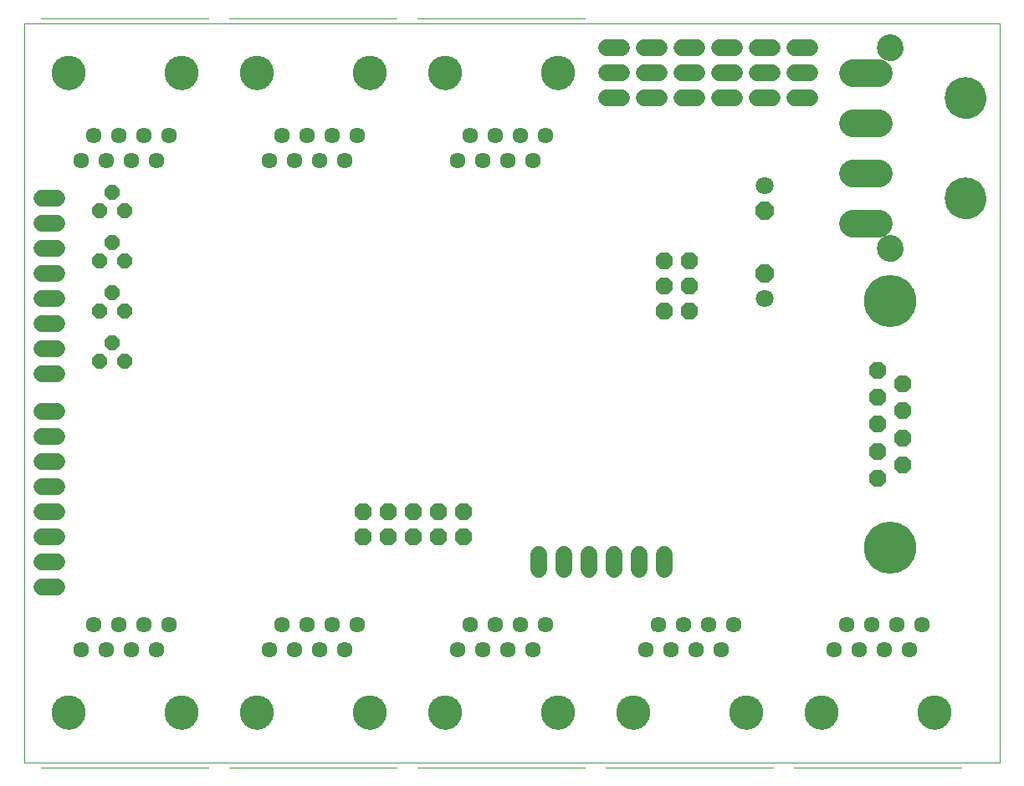
<source format=gbs>
G75*
%MOIN*%
%OFA0B0*%
%FSLAX24Y24*%
%IPPOS*%
%LPD*%
%AMOC8*
5,1,8,0,0,1.08239X$1,22.5*
%
%ADD10C,0.0000*%
%ADD11OC8,0.0680*%
%ADD12C,0.1104*%
%ADD13C,0.1655*%
%ADD14C,0.1064*%
%ADD15C,0.0004*%
%ADD16C,0.0634*%
%ADD17C,0.1360*%
%ADD18C,0.2080*%
%ADD19C,0.0680*%
%ADD20OC8,0.0710*%
%ADD21C,0.0710*%
%ADD22OC8,0.0600*%
D10*
X000150Y001204D02*
X000150Y030700D01*
X039020Y030700D01*
X039020Y001204D01*
X000150Y001204D01*
X001260Y003204D02*
X001262Y003254D01*
X001268Y003304D01*
X001278Y003353D01*
X001291Y003402D01*
X001309Y003449D01*
X001330Y003495D01*
X001354Y003538D01*
X001382Y003580D01*
X001413Y003620D01*
X001447Y003657D01*
X001484Y003691D01*
X001524Y003722D01*
X001566Y003750D01*
X001609Y003774D01*
X001655Y003795D01*
X001702Y003813D01*
X001751Y003826D01*
X001800Y003836D01*
X001850Y003842D01*
X001900Y003844D01*
X001950Y003842D01*
X002000Y003836D01*
X002049Y003826D01*
X002098Y003813D01*
X002145Y003795D01*
X002191Y003774D01*
X002234Y003750D01*
X002276Y003722D01*
X002316Y003691D01*
X002353Y003657D01*
X002387Y003620D01*
X002418Y003580D01*
X002446Y003538D01*
X002470Y003495D01*
X002491Y003449D01*
X002509Y003402D01*
X002522Y003353D01*
X002532Y003304D01*
X002538Y003254D01*
X002540Y003204D01*
X002538Y003154D01*
X002532Y003104D01*
X002522Y003055D01*
X002509Y003006D01*
X002491Y002959D01*
X002470Y002913D01*
X002446Y002870D01*
X002418Y002828D01*
X002387Y002788D01*
X002353Y002751D01*
X002316Y002717D01*
X002276Y002686D01*
X002234Y002658D01*
X002191Y002634D01*
X002145Y002613D01*
X002098Y002595D01*
X002049Y002582D01*
X002000Y002572D01*
X001950Y002566D01*
X001900Y002564D01*
X001850Y002566D01*
X001800Y002572D01*
X001751Y002582D01*
X001702Y002595D01*
X001655Y002613D01*
X001609Y002634D01*
X001566Y002658D01*
X001524Y002686D01*
X001484Y002717D01*
X001447Y002751D01*
X001413Y002788D01*
X001382Y002828D01*
X001354Y002870D01*
X001330Y002913D01*
X001309Y002959D01*
X001291Y003006D01*
X001278Y003055D01*
X001268Y003104D01*
X001262Y003154D01*
X001260Y003204D01*
X005760Y003204D02*
X005762Y003254D01*
X005768Y003304D01*
X005778Y003353D01*
X005791Y003402D01*
X005809Y003449D01*
X005830Y003495D01*
X005854Y003538D01*
X005882Y003580D01*
X005913Y003620D01*
X005947Y003657D01*
X005984Y003691D01*
X006024Y003722D01*
X006066Y003750D01*
X006109Y003774D01*
X006155Y003795D01*
X006202Y003813D01*
X006251Y003826D01*
X006300Y003836D01*
X006350Y003842D01*
X006400Y003844D01*
X006450Y003842D01*
X006500Y003836D01*
X006549Y003826D01*
X006598Y003813D01*
X006645Y003795D01*
X006691Y003774D01*
X006734Y003750D01*
X006776Y003722D01*
X006816Y003691D01*
X006853Y003657D01*
X006887Y003620D01*
X006918Y003580D01*
X006946Y003538D01*
X006970Y003495D01*
X006991Y003449D01*
X007009Y003402D01*
X007022Y003353D01*
X007032Y003304D01*
X007038Y003254D01*
X007040Y003204D01*
X007038Y003154D01*
X007032Y003104D01*
X007022Y003055D01*
X007009Y003006D01*
X006991Y002959D01*
X006970Y002913D01*
X006946Y002870D01*
X006918Y002828D01*
X006887Y002788D01*
X006853Y002751D01*
X006816Y002717D01*
X006776Y002686D01*
X006734Y002658D01*
X006691Y002634D01*
X006645Y002613D01*
X006598Y002595D01*
X006549Y002582D01*
X006500Y002572D01*
X006450Y002566D01*
X006400Y002564D01*
X006350Y002566D01*
X006300Y002572D01*
X006251Y002582D01*
X006202Y002595D01*
X006155Y002613D01*
X006109Y002634D01*
X006066Y002658D01*
X006024Y002686D01*
X005984Y002717D01*
X005947Y002751D01*
X005913Y002788D01*
X005882Y002828D01*
X005854Y002870D01*
X005830Y002913D01*
X005809Y002959D01*
X005791Y003006D01*
X005778Y003055D01*
X005768Y003104D01*
X005762Y003154D01*
X005760Y003204D01*
X008760Y003204D02*
X008762Y003254D01*
X008768Y003304D01*
X008778Y003353D01*
X008791Y003402D01*
X008809Y003449D01*
X008830Y003495D01*
X008854Y003538D01*
X008882Y003580D01*
X008913Y003620D01*
X008947Y003657D01*
X008984Y003691D01*
X009024Y003722D01*
X009066Y003750D01*
X009109Y003774D01*
X009155Y003795D01*
X009202Y003813D01*
X009251Y003826D01*
X009300Y003836D01*
X009350Y003842D01*
X009400Y003844D01*
X009450Y003842D01*
X009500Y003836D01*
X009549Y003826D01*
X009598Y003813D01*
X009645Y003795D01*
X009691Y003774D01*
X009734Y003750D01*
X009776Y003722D01*
X009816Y003691D01*
X009853Y003657D01*
X009887Y003620D01*
X009918Y003580D01*
X009946Y003538D01*
X009970Y003495D01*
X009991Y003449D01*
X010009Y003402D01*
X010022Y003353D01*
X010032Y003304D01*
X010038Y003254D01*
X010040Y003204D01*
X010038Y003154D01*
X010032Y003104D01*
X010022Y003055D01*
X010009Y003006D01*
X009991Y002959D01*
X009970Y002913D01*
X009946Y002870D01*
X009918Y002828D01*
X009887Y002788D01*
X009853Y002751D01*
X009816Y002717D01*
X009776Y002686D01*
X009734Y002658D01*
X009691Y002634D01*
X009645Y002613D01*
X009598Y002595D01*
X009549Y002582D01*
X009500Y002572D01*
X009450Y002566D01*
X009400Y002564D01*
X009350Y002566D01*
X009300Y002572D01*
X009251Y002582D01*
X009202Y002595D01*
X009155Y002613D01*
X009109Y002634D01*
X009066Y002658D01*
X009024Y002686D01*
X008984Y002717D01*
X008947Y002751D01*
X008913Y002788D01*
X008882Y002828D01*
X008854Y002870D01*
X008830Y002913D01*
X008809Y002959D01*
X008791Y003006D01*
X008778Y003055D01*
X008768Y003104D01*
X008762Y003154D01*
X008760Y003204D01*
X013260Y003204D02*
X013262Y003254D01*
X013268Y003304D01*
X013278Y003353D01*
X013291Y003402D01*
X013309Y003449D01*
X013330Y003495D01*
X013354Y003538D01*
X013382Y003580D01*
X013413Y003620D01*
X013447Y003657D01*
X013484Y003691D01*
X013524Y003722D01*
X013566Y003750D01*
X013609Y003774D01*
X013655Y003795D01*
X013702Y003813D01*
X013751Y003826D01*
X013800Y003836D01*
X013850Y003842D01*
X013900Y003844D01*
X013950Y003842D01*
X014000Y003836D01*
X014049Y003826D01*
X014098Y003813D01*
X014145Y003795D01*
X014191Y003774D01*
X014234Y003750D01*
X014276Y003722D01*
X014316Y003691D01*
X014353Y003657D01*
X014387Y003620D01*
X014418Y003580D01*
X014446Y003538D01*
X014470Y003495D01*
X014491Y003449D01*
X014509Y003402D01*
X014522Y003353D01*
X014532Y003304D01*
X014538Y003254D01*
X014540Y003204D01*
X014538Y003154D01*
X014532Y003104D01*
X014522Y003055D01*
X014509Y003006D01*
X014491Y002959D01*
X014470Y002913D01*
X014446Y002870D01*
X014418Y002828D01*
X014387Y002788D01*
X014353Y002751D01*
X014316Y002717D01*
X014276Y002686D01*
X014234Y002658D01*
X014191Y002634D01*
X014145Y002613D01*
X014098Y002595D01*
X014049Y002582D01*
X014000Y002572D01*
X013950Y002566D01*
X013900Y002564D01*
X013850Y002566D01*
X013800Y002572D01*
X013751Y002582D01*
X013702Y002595D01*
X013655Y002613D01*
X013609Y002634D01*
X013566Y002658D01*
X013524Y002686D01*
X013484Y002717D01*
X013447Y002751D01*
X013413Y002788D01*
X013382Y002828D01*
X013354Y002870D01*
X013330Y002913D01*
X013309Y002959D01*
X013291Y003006D01*
X013278Y003055D01*
X013268Y003104D01*
X013262Y003154D01*
X013260Y003204D01*
X016260Y003204D02*
X016262Y003254D01*
X016268Y003304D01*
X016278Y003353D01*
X016291Y003402D01*
X016309Y003449D01*
X016330Y003495D01*
X016354Y003538D01*
X016382Y003580D01*
X016413Y003620D01*
X016447Y003657D01*
X016484Y003691D01*
X016524Y003722D01*
X016566Y003750D01*
X016609Y003774D01*
X016655Y003795D01*
X016702Y003813D01*
X016751Y003826D01*
X016800Y003836D01*
X016850Y003842D01*
X016900Y003844D01*
X016950Y003842D01*
X017000Y003836D01*
X017049Y003826D01*
X017098Y003813D01*
X017145Y003795D01*
X017191Y003774D01*
X017234Y003750D01*
X017276Y003722D01*
X017316Y003691D01*
X017353Y003657D01*
X017387Y003620D01*
X017418Y003580D01*
X017446Y003538D01*
X017470Y003495D01*
X017491Y003449D01*
X017509Y003402D01*
X017522Y003353D01*
X017532Y003304D01*
X017538Y003254D01*
X017540Y003204D01*
X017538Y003154D01*
X017532Y003104D01*
X017522Y003055D01*
X017509Y003006D01*
X017491Y002959D01*
X017470Y002913D01*
X017446Y002870D01*
X017418Y002828D01*
X017387Y002788D01*
X017353Y002751D01*
X017316Y002717D01*
X017276Y002686D01*
X017234Y002658D01*
X017191Y002634D01*
X017145Y002613D01*
X017098Y002595D01*
X017049Y002582D01*
X017000Y002572D01*
X016950Y002566D01*
X016900Y002564D01*
X016850Y002566D01*
X016800Y002572D01*
X016751Y002582D01*
X016702Y002595D01*
X016655Y002613D01*
X016609Y002634D01*
X016566Y002658D01*
X016524Y002686D01*
X016484Y002717D01*
X016447Y002751D01*
X016413Y002788D01*
X016382Y002828D01*
X016354Y002870D01*
X016330Y002913D01*
X016309Y002959D01*
X016291Y003006D01*
X016278Y003055D01*
X016268Y003104D01*
X016262Y003154D01*
X016260Y003204D01*
X020760Y003204D02*
X020762Y003254D01*
X020768Y003304D01*
X020778Y003353D01*
X020791Y003402D01*
X020809Y003449D01*
X020830Y003495D01*
X020854Y003538D01*
X020882Y003580D01*
X020913Y003620D01*
X020947Y003657D01*
X020984Y003691D01*
X021024Y003722D01*
X021066Y003750D01*
X021109Y003774D01*
X021155Y003795D01*
X021202Y003813D01*
X021251Y003826D01*
X021300Y003836D01*
X021350Y003842D01*
X021400Y003844D01*
X021450Y003842D01*
X021500Y003836D01*
X021549Y003826D01*
X021598Y003813D01*
X021645Y003795D01*
X021691Y003774D01*
X021734Y003750D01*
X021776Y003722D01*
X021816Y003691D01*
X021853Y003657D01*
X021887Y003620D01*
X021918Y003580D01*
X021946Y003538D01*
X021970Y003495D01*
X021991Y003449D01*
X022009Y003402D01*
X022022Y003353D01*
X022032Y003304D01*
X022038Y003254D01*
X022040Y003204D01*
X022038Y003154D01*
X022032Y003104D01*
X022022Y003055D01*
X022009Y003006D01*
X021991Y002959D01*
X021970Y002913D01*
X021946Y002870D01*
X021918Y002828D01*
X021887Y002788D01*
X021853Y002751D01*
X021816Y002717D01*
X021776Y002686D01*
X021734Y002658D01*
X021691Y002634D01*
X021645Y002613D01*
X021598Y002595D01*
X021549Y002582D01*
X021500Y002572D01*
X021450Y002566D01*
X021400Y002564D01*
X021350Y002566D01*
X021300Y002572D01*
X021251Y002582D01*
X021202Y002595D01*
X021155Y002613D01*
X021109Y002634D01*
X021066Y002658D01*
X021024Y002686D01*
X020984Y002717D01*
X020947Y002751D01*
X020913Y002788D01*
X020882Y002828D01*
X020854Y002870D01*
X020830Y002913D01*
X020809Y002959D01*
X020791Y003006D01*
X020778Y003055D01*
X020768Y003104D01*
X020762Y003154D01*
X020760Y003204D01*
X023760Y003204D02*
X023762Y003254D01*
X023768Y003304D01*
X023778Y003353D01*
X023791Y003402D01*
X023809Y003449D01*
X023830Y003495D01*
X023854Y003538D01*
X023882Y003580D01*
X023913Y003620D01*
X023947Y003657D01*
X023984Y003691D01*
X024024Y003722D01*
X024066Y003750D01*
X024109Y003774D01*
X024155Y003795D01*
X024202Y003813D01*
X024251Y003826D01*
X024300Y003836D01*
X024350Y003842D01*
X024400Y003844D01*
X024450Y003842D01*
X024500Y003836D01*
X024549Y003826D01*
X024598Y003813D01*
X024645Y003795D01*
X024691Y003774D01*
X024734Y003750D01*
X024776Y003722D01*
X024816Y003691D01*
X024853Y003657D01*
X024887Y003620D01*
X024918Y003580D01*
X024946Y003538D01*
X024970Y003495D01*
X024991Y003449D01*
X025009Y003402D01*
X025022Y003353D01*
X025032Y003304D01*
X025038Y003254D01*
X025040Y003204D01*
X025038Y003154D01*
X025032Y003104D01*
X025022Y003055D01*
X025009Y003006D01*
X024991Y002959D01*
X024970Y002913D01*
X024946Y002870D01*
X024918Y002828D01*
X024887Y002788D01*
X024853Y002751D01*
X024816Y002717D01*
X024776Y002686D01*
X024734Y002658D01*
X024691Y002634D01*
X024645Y002613D01*
X024598Y002595D01*
X024549Y002582D01*
X024500Y002572D01*
X024450Y002566D01*
X024400Y002564D01*
X024350Y002566D01*
X024300Y002572D01*
X024251Y002582D01*
X024202Y002595D01*
X024155Y002613D01*
X024109Y002634D01*
X024066Y002658D01*
X024024Y002686D01*
X023984Y002717D01*
X023947Y002751D01*
X023913Y002788D01*
X023882Y002828D01*
X023854Y002870D01*
X023830Y002913D01*
X023809Y002959D01*
X023791Y003006D01*
X023778Y003055D01*
X023768Y003104D01*
X023762Y003154D01*
X023760Y003204D01*
X028260Y003204D02*
X028262Y003254D01*
X028268Y003304D01*
X028278Y003353D01*
X028291Y003402D01*
X028309Y003449D01*
X028330Y003495D01*
X028354Y003538D01*
X028382Y003580D01*
X028413Y003620D01*
X028447Y003657D01*
X028484Y003691D01*
X028524Y003722D01*
X028566Y003750D01*
X028609Y003774D01*
X028655Y003795D01*
X028702Y003813D01*
X028751Y003826D01*
X028800Y003836D01*
X028850Y003842D01*
X028900Y003844D01*
X028950Y003842D01*
X029000Y003836D01*
X029049Y003826D01*
X029098Y003813D01*
X029145Y003795D01*
X029191Y003774D01*
X029234Y003750D01*
X029276Y003722D01*
X029316Y003691D01*
X029353Y003657D01*
X029387Y003620D01*
X029418Y003580D01*
X029446Y003538D01*
X029470Y003495D01*
X029491Y003449D01*
X029509Y003402D01*
X029522Y003353D01*
X029532Y003304D01*
X029538Y003254D01*
X029540Y003204D01*
X029538Y003154D01*
X029532Y003104D01*
X029522Y003055D01*
X029509Y003006D01*
X029491Y002959D01*
X029470Y002913D01*
X029446Y002870D01*
X029418Y002828D01*
X029387Y002788D01*
X029353Y002751D01*
X029316Y002717D01*
X029276Y002686D01*
X029234Y002658D01*
X029191Y002634D01*
X029145Y002613D01*
X029098Y002595D01*
X029049Y002582D01*
X029000Y002572D01*
X028950Y002566D01*
X028900Y002564D01*
X028850Y002566D01*
X028800Y002572D01*
X028751Y002582D01*
X028702Y002595D01*
X028655Y002613D01*
X028609Y002634D01*
X028566Y002658D01*
X028524Y002686D01*
X028484Y002717D01*
X028447Y002751D01*
X028413Y002788D01*
X028382Y002828D01*
X028354Y002870D01*
X028330Y002913D01*
X028309Y002959D01*
X028291Y003006D01*
X028278Y003055D01*
X028268Y003104D01*
X028262Y003154D01*
X028260Y003204D01*
X031260Y003204D02*
X031262Y003254D01*
X031268Y003304D01*
X031278Y003353D01*
X031291Y003402D01*
X031309Y003449D01*
X031330Y003495D01*
X031354Y003538D01*
X031382Y003580D01*
X031413Y003620D01*
X031447Y003657D01*
X031484Y003691D01*
X031524Y003722D01*
X031566Y003750D01*
X031609Y003774D01*
X031655Y003795D01*
X031702Y003813D01*
X031751Y003826D01*
X031800Y003836D01*
X031850Y003842D01*
X031900Y003844D01*
X031950Y003842D01*
X032000Y003836D01*
X032049Y003826D01*
X032098Y003813D01*
X032145Y003795D01*
X032191Y003774D01*
X032234Y003750D01*
X032276Y003722D01*
X032316Y003691D01*
X032353Y003657D01*
X032387Y003620D01*
X032418Y003580D01*
X032446Y003538D01*
X032470Y003495D01*
X032491Y003449D01*
X032509Y003402D01*
X032522Y003353D01*
X032532Y003304D01*
X032538Y003254D01*
X032540Y003204D01*
X032538Y003154D01*
X032532Y003104D01*
X032522Y003055D01*
X032509Y003006D01*
X032491Y002959D01*
X032470Y002913D01*
X032446Y002870D01*
X032418Y002828D01*
X032387Y002788D01*
X032353Y002751D01*
X032316Y002717D01*
X032276Y002686D01*
X032234Y002658D01*
X032191Y002634D01*
X032145Y002613D01*
X032098Y002595D01*
X032049Y002582D01*
X032000Y002572D01*
X031950Y002566D01*
X031900Y002564D01*
X031850Y002566D01*
X031800Y002572D01*
X031751Y002582D01*
X031702Y002595D01*
X031655Y002613D01*
X031609Y002634D01*
X031566Y002658D01*
X031524Y002686D01*
X031484Y002717D01*
X031447Y002751D01*
X031413Y002788D01*
X031382Y002828D01*
X031354Y002870D01*
X031330Y002913D01*
X031309Y002959D01*
X031291Y003006D01*
X031278Y003055D01*
X031268Y003104D01*
X031262Y003154D01*
X031260Y003204D01*
X035760Y003204D02*
X035762Y003254D01*
X035768Y003304D01*
X035778Y003353D01*
X035791Y003402D01*
X035809Y003449D01*
X035830Y003495D01*
X035854Y003538D01*
X035882Y003580D01*
X035913Y003620D01*
X035947Y003657D01*
X035984Y003691D01*
X036024Y003722D01*
X036066Y003750D01*
X036109Y003774D01*
X036155Y003795D01*
X036202Y003813D01*
X036251Y003826D01*
X036300Y003836D01*
X036350Y003842D01*
X036400Y003844D01*
X036450Y003842D01*
X036500Y003836D01*
X036549Y003826D01*
X036598Y003813D01*
X036645Y003795D01*
X036691Y003774D01*
X036734Y003750D01*
X036776Y003722D01*
X036816Y003691D01*
X036853Y003657D01*
X036887Y003620D01*
X036918Y003580D01*
X036946Y003538D01*
X036970Y003495D01*
X036991Y003449D01*
X037009Y003402D01*
X037022Y003353D01*
X037032Y003304D01*
X037038Y003254D01*
X037040Y003204D01*
X037038Y003154D01*
X037032Y003104D01*
X037022Y003055D01*
X037009Y003006D01*
X036991Y002959D01*
X036970Y002913D01*
X036946Y002870D01*
X036918Y002828D01*
X036887Y002788D01*
X036853Y002751D01*
X036816Y002717D01*
X036776Y002686D01*
X036734Y002658D01*
X036691Y002634D01*
X036645Y002613D01*
X036598Y002595D01*
X036549Y002582D01*
X036500Y002572D01*
X036450Y002566D01*
X036400Y002564D01*
X036350Y002566D01*
X036300Y002572D01*
X036251Y002582D01*
X036202Y002595D01*
X036155Y002613D01*
X036109Y002634D01*
X036066Y002658D01*
X036024Y002686D01*
X035984Y002717D01*
X035947Y002751D01*
X035913Y002788D01*
X035882Y002828D01*
X035854Y002870D01*
X035830Y002913D01*
X035809Y002959D01*
X035791Y003006D01*
X035778Y003055D01*
X035768Y003104D01*
X035762Y003154D01*
X035760Y003204D01*
X034158Y021704D02*
X034160Y021748D01*
X034166Y021792D01*
X034176Y021835D01*
X034189Y021877D01*
X034207Y021917D01*
X034228Y021956D01*
X034252Y021993D01*
X034279Y022028D01*
X034310Y022060D01*
X034343Y022089D01*
X034379Y022115D01*
X034417Y022137D01*
X034457Y022156D01*
X034498Y022172D01*
X034541Y022184D01*
X034584Y022192D01*
X034628Y022196D01*
X034672Y022196D01*
X034716Y022192D01*
X034759Y022184D01*
X034802Y022172D01*
X034843Y022156D01*
X034883Y022137D01*
X034921Y022115D01*
X034957Y022089D01*
X034990Y022060D01*
X035021Y022028D01*
X035048Y021993D01*
X035072Y021956D01*
X035093Y021917D01*
X035111Y021877D01*
X035124Y021835D01*
X035134Y021792D01*
X035140Y021748D01*
X035142Y021704D01*
X035140Y021660D01*
X035134Y021616D01*
X035124Y021573D01*
X035111Y021531D01*
X035093Y021491D01*
X035072Y021452D01*
X035048Y021415D01*
X035021Y021380D01*
X034990Y021348D01*
X034957Y021319D01*
X034921Y021293D01*
X034883Y021271D01*
X034843Y021252D01*
X034802Y021236D01*
X034759Y021224D01*
X034716Y021216D01*
X034672Y021212D01*
X034628Y021212D01*
X034584Y021216D01*
X034541Y021224D01*
X034498Y021236D01*
X034457Y021252D01*
X034417Y021271D01*
X034379Y021293D01*
X034343Y021319D01*
X034310Y021348D01*
X034279Y021380D01*
X034252Y021415D01*
X034228Y021452D01*
X034207Y021491D01*
X034189Y021531D01*
X034176Y021573D01*
X034166Y021616D01*
X034160Y021660D01*
X034158Y021704D01*
X036863Y023704D02*
X036865Y023760D01*
X036871Y023815D01*
X036881Y023869D01*
X036894Y023923D01*
X036912Y023976D01*
X036933Y024027D01*
X036957Y024077D01*
X036985Y024125D01*
X037017Y024171D01*
X037051Y024215D01*
X037089Y024256D01*
X037129Y024294D01*
X037172Y024329D01*
X037217Y024361D01*
X037265Y024390D01*
X037314Y024416D01*
X037365Y024438D01*
X037417Y024456D01*
X037471Y024470D01*
X037526Y024481D01*
X037581Y024488D01*
X037636Y024491D01*
X037692Y024490D01*
X037747Y024485D01*
X037802Y024476D01*
X037856Y024464D01*
X037909Y024447D01*
X037961Y024427D01*
X038011Y024403D01*
X038059Y024376D01*
X038106Y024346D01*
X038150Y024312D01*
X038192Y024275D01*
X038230Y024235D01*
X038267Y024193D01*
X038300Y024148D01*
X038329Y024102D01*
X038356Y024053D01*
X038378Y024002D01*
X038398Y023950D01*
X038413Y023896D01*
X038425Y023842D01*
X038433Y023787D01*
X038437Y023732D01*
X038437Y023676D01*
X038433Y023621D01*
X038425Y023566D01*
X038413Y023512D01*
X038398Y023458D01*
X038378Y023406D01*
X038356Y023355D01*
X038329Y023306D01*
X038300Y023260D01*
X038267Y023215D01*
X038230Y023173D01*
X038192Y023133D01*
X038150Y023096D01*
X038106Y023062D01*
X038059Y023032D01*
X038011Y023005D01*
X037961Y022981D01*
X037909Y022961D01*
X037856Y022944D01*
X037802Y022932D01*
X037747Y022923D01*
X037692Y022918D01*
X037636Y022917D01*
X037581Y022920D01*
X037526Y022927D01*
X037471Y022938D01*
X037417Y022952D01*
X037365Y022970D01*
X037314Y022992D01*
X037265Y023018D01*
X037217Y023047D01*
X037172Y023079D01*
X037129Y023114D01*
X037089Y023152D01*
X037051Y023193D01*
X037017Y023237D01*
X036985Y023283D01*
X036957Y023331D01*
X036933Y023381D01*
X036912Y023432D01*
X036894Y023485D01*
X036881Y023539D01*
X036871Y023593D01*
X036865Y023648D01*
X036863Y023704D01*
X036863Y027704D02*
X036865Y027760D01*
X036871Y027815D01*
X036881Y027869D01*
X036894Y027923D01*
X036912Y027976D01*
X036933Y028027D01*
X036957Y028077D01*
X036985Y028125D01*
X037017Y028171D01*
X037051Y028215D01*
X037089Y028256D01*
X037129Y028294D01*
X037172Y028329D01*
X037217Y028361D01*
X037265Y028390D01*
X037314Y028416D01*
X037365Y028438D01*
X037417Y028456D01*
X037471Y028470D01*
X037526Y028481D01*
X037581Y028488D01*
X037636Y028491D01*
X037692Y028490D01*
X037747Y028485D01*
X037802Y028476D01*
X037856Y028464D01*
X037909Y028447D01*
X037961Y028427D01*
X038011Y028403D01*
X038059Y028376D01*
X038106Y028346D01*
X038150Y028312D01*
X038192Y028275D01*
X038230Y028235D01*
X038267Y028193D01*
X038300Y028148D01*
X038329Y028102D01*
X038356Y028053D01*
X038378Y028002D01*
X038398Y027950D01*
X038413Y027896D01*
X038425Y027842D01*
X038433Y027787D01*
X038437Y027732D01*
X038437Y027676D01*
X038433Y027621D01*
X038425Y027566D01*
X038413Y027512D01*
X038398Y027458D01*
X038378Y027406D01*
X038356Y027355D01*
X038329Y027306D01*
X038300Y027260D01*
X038267Y027215D01*
X038230Y027173D01*
X038192Y027133D01*
X038150Y027096D01*
X038106Y027062D01*
X038059Y027032D01*
X038011Y027005D01*
X037961Y026981D01*
X037909Y026961D01*
X037856Y026944D01*
X037802Y026932D01*
X037747Y026923D01*
X037692Y026918D01*
X037636Y026917D01*
X037581Y026920D01*
X037526Y026927D01*
X037471Y026938D01*
X037417Y026952D01*
X037365Y026970D01*
X037314Y026992D01*
X037265Y027018D01*
X037217Y027047D01*
X037172Y027079D01*
X037129Y027114D01*
X037089Y027152D01*
X037051Y027193D01*
X037017Y027237D01*
X036985Y027283D01*
X036957Y027331D01*
X036933Y027381D01*
X036912Y027432D01*
X036894Y027485D01*
X036881Y027539D01*
X036871Y027593D01*
X036865Y027648D01*
X036863Y027704D01*
X034158Y029704D02*
X034160Y029748D01*
X034166Y029792D01*
X034176Y029835D01*
X034189Y029877D01*
X034207Y029917D01*
X034228Y029956D01*
X034252Y029993D01*
X034279Y030028D01*
X034310Y030060D01*
X034343Y030089D01*
X034379Y030115D01*
X034417Y030137D01*
X034457Y030156D01*
X034498Y030172D01*
X034541Y030184D01*
X034584Y030192D01*
X034628Y030196D01*
X034672Y030196D01*
X034716Y030192D01*
X034759Y030184D01*
X034802Y030172D01*
X034843Y030156D01*
X034883Y030137D01*
X034921Y030115D01*
X034957Y030089D01*
X034990Y030060D01*
X035021Y030028D01*
X035048Y029993D01*
X035072Y029956D01*
X035093Y029917D01*
X035111Y029877D01*
X035124Y029835D01*
X035134Y029792D01*
X035140Y029748D01*
X035142Y029704D01*
X035140Y029660D01*
X035134Y029616D01*
X035124Y029573D01*
X035111Y029531D01*
X035093Y029491D01*
X035072Y029452D01*
X035048Y029415D01*
X035021Y029380D01*
X034990Y029348D01*
X034957Y029319D01*
X034921Y029293D01*
X034883Y029271D01*
X034843Y029252D01*
X034802Y029236D01*
X034759Y029224D01*
X034716Y029216D01*
X034672Y029212D01*
X034628Y029212D01*
X034584Y029216D01*
X034541Y029224D01*
X034498Y029236D01*
X034457Y029252D01*
X034417Y029271D01*
X034379Y029293D01*
X034343Y029319D01*
X034310Y029348D01*
X034279Y029380D01*
X034252Y029415D01*
X034228Y029452D01*
X034207Y029491D01*
X034189Y029531D01*
X034176Y029573D01*
X034166Y029616D01*
X034160Y029660D01*
X034158Y029704D01*
X020760Y028704D02*
X020762Y028754D01*
X020768Y028804D01*
X020778Y028853D01*
X020791Y028902D01*
X020809Y028949D01*
X020830Y028995D01*
X020854Y029038D01*
X020882Y029080D01*
X020913Y029120D01*
X020947Y029157D01*
X020984Y029191D01*
X021024Y029222D01*
X021066Y029250D01*
X021109Y029274D01*
X021155Y029295D01*
X021202Y029313D01*
X021251Y029326D01*
X021300Y029336D01*
X021350Y029342D01*
X021400Y029344D01*
X021450Y029342D01*
X021500Y029336D01*
X021549Y029326D01*
X021598Y029313D01*
X021645Y029295D01*
X021691Y029274D01*
X021734Y029250D01*
X021776Y029222D01*
X021816Y029191D01*
X021853Y029157D01*
X021887Y029120D01*
X021918Y029080D01*
X021946Y029038D01*
X021970Y028995D01*
X021991Y028949D01*
X022009Y028902D01*
X022022Y028853D01*
X022032Y028804D01*
X022038Y028754D01*
X022040Y028704D01*
X022038Y028654D01*
X022032Y028604D01*
X022022Y028555D01*
X022009Y028506D01*
X021991Y028459D01*
X021970Y028413D01*
X021946Y028370D01*
X021918Y028328D01*
X021887Y028288D01*
X021853Y028251D01*
X021816Y028217D01*
X021776Y028186D01*
X021734Y028158D01*
X021691Y028134D01*
X021645Y028113D01*
X021598Y028095D01*
X021549Y028082D01*
X021500Y028072D01*
X021450Y028066D01*
X021400Y028064D01*
X021350Y028066D01*
X021300Y028072D01*
X021251Y028082D01*
X021202Y028095D01*
X021155Y028113D01*
X021109Y028134D01*
X021066Y028158D01*
X021024Y028186D01*
X020984Y028217D01*
X020947Y028251D01*
X020913Y028288D01*
X020882Y028328D01*
X020854Y028370D01*
X020830Y028413D01*
X020809Y028459D01*
X020791Y028506D01*
X020778Y028555D01*
X020768Y028604D01*
X020762Y028654D01*
X020760Y028704D01*
X016260Y028704D02*
X016262Y028754D01*
X016268Y028804D01*
X016278Y028853D01*
X016291Y028902D01*
X016309Y028949D01*
X016330Y028995D01*
X016354Y029038D01*
X016382Y029080D01*
X016413Y029120D01*
X016447Y029157D01*
X016484Y029191D01*
X016524Y029222D01*
X016566Y029250D01*
X016609Y029274D01*
X016655Y029295D01*
X016702Y029313D01*
X016751Y029326D01*
X016800Y029336D01*
X016850Y029342D01*
X016900Y029344D01*
X016950Y029342D01*
X017000Y029336D01*
X017049Y029326D01*
X017098Y029313D01*
X017145Y029295D01*
X017191Y029274D01*
X017234Y029250D01*
X017276Y029222D01*
X017316Y029191D01*
X017353Y029157D01*
X017387Y029120D01*
X017418Y029080D01*
X017446Y029038D01*
X017470Y028995D01*
X017491Y028949D01*
X017509Y028902D01*
X017522Y028853D01*
X017532Y028804D01*
X017538Y028754D01*
X017540Y028704D01*
X017538Y028654D01*
X017532Y028604D01*
X017522Y028555D01*
X017509Y028506D01*
X017491Y028459D01*
X017470Y028413D01*
X017446Y028370D01*
X017418Y028328D01*
X017387Y028288D01*
X017353Y028251D01*
X017316Y028217D01*
X017276Y028186D01*
X017234Y028158D01*
X017191Y028134D01*
X017145Y028113D01*
X017098Y028095D01*
X017049Y028082D01*
X017000Y028072D01*
X016950Y028066D01*
X016900Y028064D01*
X016850Y028066D01*
X016800Y028072D01*
X016751Y028082D01*
X016702Y028095D01*
X016655Y028113D01*
X016609Y028134D01*
X016566Y028158D01*
X016524Y028186D01*
X016484Y028217D01*
X016447Y028251D01*
X016413Y028288D01*
X016382Y028328D01*
X016354Y028370D01*
X016330Y028413D01*
X016309Y028459D01*
X016291Y028506D01*
X016278Y028555D01*
X016268Y028604D01*
X016262Y028654D01*
X016260Y028704D01*
X013260Y028704D02*
X013262Y028754D01*
X013268Y028804D01*
X013278Y028853D01*
X013291Y028902D01*
X013309Y028949D01*
X013330Y028995D01*
X013354Y029038D01*
X013382Y029080D01*
X013413Y029120D01*
X013447Y029157D01*
X013484Y029191D01*
X013524Y029222D01*
X013566Y029250D01*
X013609Y029274D01*
X013655Y029295D01*
X013702Y029313D01*
X013751Y029326D01*
X013800Y029336D01*
X013850Y029342D01*
X013900Y029344D01*
X013950Y029342D01*
X014000Y029336D01*
X014049Y029326D01*
X014098Y029313D01*
X014145Y029295D01*
X014191Y029274D01*
X014234Y029250D01*
X014276Y029222D01*
X014316Y029191D01*
X014353Y029157D01*
X014387Y029120D01*
X014418Y029080D01*
X014446Y029038D01*
X014470Y028995D01*
X014491Y028949D01*
X014509Y028902D01*
X014522Y028853D01*
X014532Y028804D01*
X014538Y028754D01*
X014540Y028704D01*
X014538Y028654D01*
X014532Y028604D01*
X014522Y028555D01*
X014509Y028506D01*
X014491Y028459D01*
X014470Y028413D01*
X014446Y028370D01*
X014418Y028328D01*
X014387Y028288D01*
X014353Y028251D01*
X014316Y028217D01*
X014276Y028186D01*
X014234Y028158D01*
X014191Y028134D01*
X014145Y028113D01*
X014098Y028095D01*
X014049Y028082D01*
X014000Y028072D01*
X013950Y028066D01*
X013900Y028064D01*
X013850Y028066D01*
X013800Y028072D01*
X013751Y028082D01*
X013702Y028095D01*
X013655Y028113D01*
X013609Y028134D01*
X013566Y028158D01*
X013524Y028186D01*
X013484Y028217D01*
X013447Y028251D01*
X013413Y028288D01*
X013382Y028328D01*
X013354Y028370D01*
X013330Y028413D01*
X013309Y028459D01*
X013291Y028506D01*
X013278Y028555D01*
X013268Y028604D01*
X013262Y028654D01*
X013260Y028704D01*
X008760Y028704D02*
X008762Y028754D01*
X008768Y028804D01*
X008778Y028853D01*
X008791Y028902D01*
X008809Y028949D01*
X008830Y028995D01*
X008854Y029038D01*
X008882Y029080D01*
X008913Y029120D01*
X008947Y029157D01*
X008984Y029191D01*
X009024Y029222D01*
X009066Y029250D01*
X009109Y029274D01*
X009155Y029295D01*
X009202Y029313D01*
X009251Y029326D01*
X009300Y029336D01*
X009350Y029342D01*
X009400Y029344D01*
X009450Y029342D01*
X009500Y029336D01*
X009549Y029326D01*
X009598Y029313D01*
X009645Y029295D01*
X009691Y029274D01*
X009734Y029250D01*
X009776Y029222D01*
X009816Y029191D01*
X009853Y029157D01*
X009887Y029120D01*
X009918Y029080D01*
X009946Y029038D01*
X009970Y028995D01*
X009991Y028949D01*
X010009Y028902D01*
X010022Y028853D01*
X010032Y028804D01*
X010038Y028754D01*
X010040Y028704D01*
X010038Y028654D01*
X010032Y028604D01*
X010022Y028555D01*
X010009Y028506D01*
X009991Y028459D01*
X009970Y028413D01*
X009946Y028370D01*
X009918Y028328D01*
X009887Y028288D01*
X009853Y028251D01*
X009816Y028217D01*
X009776Y028186D01*
X009734Y028158D01*
X009691Y028134D01*
X009645Y028113D01*
X009598Y028095D01*
X009549Y028082D01*
X009500Y028072D01*
X009450Y028066D01*
X009400Y028064D01*
X009350Y028066D01*
X009300Y028072D01*
X009251Y028082D01*
X009202Y028095D01*
X009155Y028113D01*
X009109Y028134D01*
X009066Y028158D01*
X009024Y028186D01*
X008984Y028217D01*
X008947Y028251D01*
X008913Y028288D01*
X008882Y028328D01*
X008854Y028370D01*
X008830Y028413D01*
X008809Y028459D01*
X008791Y028506D01*
X008778Y028555D01*
X008768Y028604D01*
X008762Y028654D01*
X008760Y028704D01*
X005760Y028704D02*
X005762Y028754D01*
X005768Y028804D01*
X005778Y028853D01*
X005791Y028902D01*
X005809Y028949D01*
X005830Y028995D01*
X005854Y029038D01*
X005882Y029080D01*
X005913Y029120D01*
X005947Y029157D01*
X005984Y029191D01*
X006024Y029222D01*
X006066Y029250D01*
X006109Y029274D01*
X006155Y029295D01*
X006202Y029313D01*
X006251Y029326D01*
X006300Y029336D01*
X006350Y029342D01*
X006400Y029344D01*
X006450Y029342D01*
X006500Y029336D01*
X006549Y029326D01*
X006598Y029313D01*
X006645Y029295D01*
X006691Y029274D01*
X006734Y029250D01*
X006776Y029222D01*
X006816Y029191D01*
X006853Y029157D01*
X006887Y029120D01*
X006918Y029080D01*
X006946Y029038D01*
X006970Y028995D01*
X006991Y028949D01*
X007009Y028902D01*
X007022Y028853D01*
X007032Y028804D01*
X007038Y028754D01*
X007040Y028704D01*
X007038Y028654D01*
X007032Y028604D01*
X007022Y028555D01*
X007009Y028506D01*
X006991Y028459D01*
X006970Y028413D01*
X006946Y028370D01*
X006918Y028328D01*
X006887Y028288D01*
X006853Y028251D01*
X006816Y028217D01*
X006776Y028186D01*
X006734Y028158D01*
X006691Y028134D01*
X006645Y028113D01*
X006598Y028095D01*
X006549Y028082D01*
X006500Y028072D01*
X006450Y028066D01*
X006400Y028064D01*
X006350Y028066D01*
X006300Y028072D01*
X006251Y028082D01*
X006202Y028095D01*
X006155Y028113D01*
X006109Y028134D01*
X006066Y028158D01*
X006024Y028186D01*
X005984Y028217D01*
X005947Y028251D01*
X005913Y028288D01*
X005882Y028328D01*
X005854Y028370D01*
X005830Y028413D01*
X005809Y028459D01*
X005791Y028506D01*
X005778Y028555D01*
X005768Y028604D01*
X005762Y028654D01*
X005760Y028704D01*
X001260Y028704D02*
X001262Y028754D01*
X001268Y028804D01*
X001278Y028853D01*
X001291Y028902D01*
X001309Y028949D01*
X001330Y028995D01*
X001354Y029038D01*
X001382Y029080D01*
X001413Y029120D01*
X001447Y029157D01*
X001484Y029191D01*
X001524Y029222D01*
X001566Y029250D01*
X001609Y029274D01*
X001655Y029295D01*
X001702Y029313D01*
X001751Y029326D01*
X001800Y029336D01*
X001850Y029342D01*
X001900Y029344D01*
X001950Y029342D01*
X002000Y029336D01*
X002049Y029326D01*
X002098Y029313D01*
X002145Y029295D01*
X002191Y029274D01*
X002234Y029250D01*
X002276Y029222D01*
X002316Y029191D01*
X002353Y029157D01*
X002387Y029120D01*
X002418Y029080D01*
X002446Y029038D01*
X002470Y028995D01*
X002491Y028949D01*
X002509Y028902D01*
X002522Y028853D01*
X002532Y028804D01*
X002538Y028754D01*
X002540Y028704D01*
X002538Y028654D01*
X002532Y028604D01*
X002522Y028555D01*
X002509Y028506D01*
X002491Y028459D01*
X002470Y028413D01*
X002446Y028370D01*
X002418Y028328D01*
X002387Y028288D01*
X002353Y028251D01*
X002316Y028217D01*
X002276Y028186D01*
X002234Y028158D01*
X002191Y028134D01*
X002145Y028113D01*
X002098Y028095D01*
X002049Y028082D01*
X002000Y028072D01*
X001950Y028066D01*
X001900Y028064D01*
X001850Y028066D01*
X001800Y028072D01*
X001751Y028082D01*
X001702Y028095D01*
X001655Y028113D01*
X001609Y028134D01*
X001566Y028158D01*
X001524Y028186D01*
X001484Y028217D01*
X001447Y028251D01*
X001413Y028288D01*
X001382Y028328D01*
X001354Y028370D01*
X001330Y028413D01*
X001309Y028459D01*
X001291Y028506D01*
X001278Y028555D01*
X001268Y028604D01*
X001262Y028654D01*
X001260Y028704D01*
D11*
X013650Y011204D03*
X014650Y011204D03*
X015650Y011204D03*
X016650Y011204D03*
X017650Y011204D03*
X017650Y010204D03*
X016650Y010204D03*
X015650Y010204D03*
X014650Y010204D03*
X013650Y010204D03*
X025650Y019204D03*
X026650Y019204D03*
X026650Y020204D03*
X025650Y020204D03*
X025650Y021204D03*
X026650Y021204D03*
X034150Y016864D03*
X034150Y015784D03*
X034150Y014704D03*
X035150Y015244D03*
X035150Y014164D03*
X035150Y013084D03*
X034150Y013624D03*
X034150Y012544D03*
X035150Y016324D03*
D12*
X034162Y022704D02*
X033138Y022704D01*
X033138Y024704D02*
X034162Y024704D01*
X034162Y026704D02*
X033138Y026704D01*
X033138Y028704D02*
X034162Y028704D01*
D13*
X037650Y027704D03*
X037650Y023704D03*
D14*
X034650Y021704D03*
X034650Y029704D03*
D15*
X022475Y030874D02*
X015825Y030874D01*
X014975Y030874D02*
X008325Y030874D01*
X007475Y030874D02*
X000825Y030874D01*
X000825Y001034D02*
X007475Y001034D01*
X008325Y001034D02*
X014975Y001034D01*
X015825Y001034D02*
X022475Y001034D01*
X023325Y001034D02*
X029975Y001034D01*
X030825Y001034D02*
X037475Y001034D01*
D16*
X035400Y005704D03*
X034400Y005704D03*
X033400Y005704D03*
X032400Y005704D03*
X032900Y006704D03*
X033900Y006704D03*
X034900Y006704D03*
X035900Y006704D03*
X028400Y006704D03*
X027400Y006704D03*
X026400Y006704D03*
X025400Y006704D03*
X024900Y005704D03*
X025900Y005704D03*
X026900Y005704D03*
X027900Y005704D03*
X020900Y006704D03*
X019900Y006704D03*
X018900Y006704D03*
X017900Y006704D03*
X017400Y005704D03*
X018400Y005704D03*
X019400Y005704D03*
X020400Y005704D03*
X013400Y006704D03*
X012400Y006704D03*
X011400Y006704D03*
X010400Y006704D03*
X009900Y005704D03*
X010900Y005704D03*
X011900Y005704D03*
X012900Y005704D03*
X005900Y006704D03*
X004900Y006704D03*
X003900Y006704D03*
X002900Y006704D03*
X002400Y005704D03*
X003400Y005704D03*
X004400Y005704D03*
X005400Y005704D03*
X005400Y025204D03*
X004400Y025204D03*
X003400Y025204D03*
X002400Y025204D03*
X002900Y026204D03*
X003900Y026204D03*
X004900Y026204D03*
X005900Y026204D03*
X009900Y025204D03*
X010900Y025204D03*
X011900Y025204D03*
X012900Y025204D03*
X012400Y026204D03*
X011400Y026204D03*
X010400Y026204D03*
X013400Y026204D03*
X017400Y025204D03*
X018400Y025204D03*
X019400Y025204D03*
X020400Y025204D03*
X019900Y026204D03*
X018900Y026204D03*
X017900Y026204D03*
X020900Y026204D03*
D17*
X021400Y028704D03*
X016900Y028704D03*
X013900Y028704D03*
X009400Y028704D03*
X006400Y028704D03*
X001900Y028704D03*
X001900Y003204D03*
X006400Y003204D03*
X009400Y003204D03*
X013900Y003204D03*
X016900Y003204D03*
X021400Y003204D03*
X024400Y003204D03*
X028900Y003204D03*
X031900Y003204D03*
X036400Y003204D03*
D18*
X034650Y009774D03*
X034650Y019634D03*
D19*
X031450Y027704D02*
X030850Y027704D01*
X029950Y027704D02*
X029350Y027704D01*
X028450Y027704D02*
X027850Y027704D01*
X026950Y027704D02*
X026350Y027704D01*
X025450Y027704D02*
X024850Y027704D01*
X023950Y027704D02*
X023350Y027704D01*
X023350Y028704D02*
X023950Y028704D01*
X024850Y028704D02*
X025450Y028704D01*
X026350Y028704D02*
X026950Y028704D01*
X027850Y028704D02*
X028450Y028704D01*
X029350Y028704D02*
X029950Y028704D01*
X030850Y028704D02*
X031450Y028704D01*
X031450Y029704D02*
X030850Y029704D01*
X029950Y029704D02*
X029350Y029704D01*
X028450Y029704D02*
X027850Y029704D01*
X026950Y029704D02*
X026350Y029704D01*
X025450Y029704D02*
X024850Y029704D01*
X023950Y029704D02*
X023350Y029704D01*
X001450Y023704D02*
X000850Y023704D01*
X000850Y022704D02*
X001450Y022704D01*
X001450Y021704D02*
X000850Y021704D01*
X000850Y020704D02*
X001450Y020704D01*
X001450Y019704D02*
X000850Y019704D01*
X000850Y018704D02*
X001450Y018704D01*
X001450Y017704D02*
X000850Y017704D01*
X000850Y016704D02*
X001450Y016704D01*
X001450Y015204D02*
X000850Y015204D01*
X000850Y014204D02*
X001450Y014204D01*
X001450Y013204D02*
X000850Y013204D01*
X000850Y012204D02*
X001450Y012204D01*
X001450Y011204D02*
X000850Y011204D01*
X000850Y010204D02*
X001450Y010204D01*
X001450Y009204D02*
X000850Y009204D01*
X000850Y008204D02*
X001450Y008204D01*
X020650Y008904D02*
X020650Y009504D01*
X021650Y009504D02*
X021650Y008904D01*
X022650Y008904D02*
X022650Y009504D01*
X023650Y009504D02*
X023650Y008904D01*
X024650Y008904D02*
X024650Y009504D01*
X025650Y009504D02*
X025650Y008904D01*
D20*
X029650Y020704D03*
X029650Y023204D03*
D21*
X029650Y024204D03*
X029650Y019704D03*
D22*
X004150Y019204D03*
X003650Y019954D03*
X003150Y019204D03*
X003650Y017954D03*
X003150Y017204D03*
X004150Y017204D03*
X004150Y021204D03*
X003650Y021954D03*
X003150Y021204D03*
X003150Y023204D03*
X004150Y023204D03*
X003650Y023954D03*
M02*

</source>
